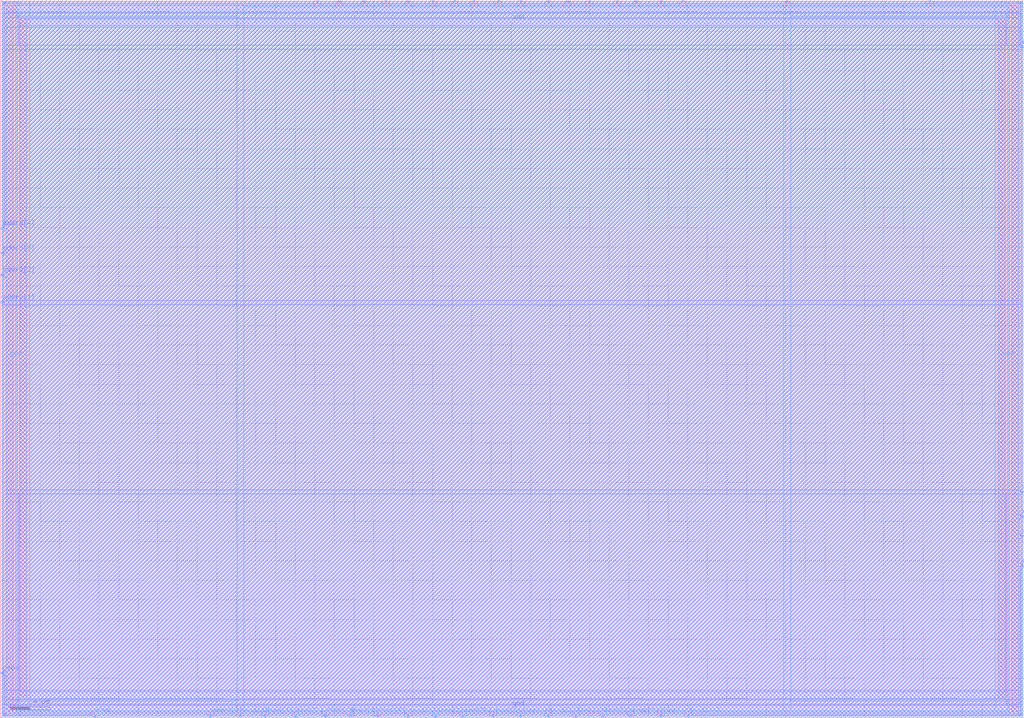
<source format=lef>
VERSION 5.4 ;
NAMESCASESENSITIVE ON ;
BUSBITCHARS "[]" ;
DIVIDERCHAR "/" ;
UNITS
  DATABASE MICRONS 2000 ;
END UNITS
MACRO sram_17_32_freepdk45_analytical
   CLASS BLOCK ;
   SIZE 104.3 BY 73.22 ;
   SYMMETRY X Y R90 ;
   PIN din0[0]
      DIRECTION INPUT ;
      PORT
         LAYER metal4 ;
         RECT  24.36 0.0 24.5 0.42 ;
      END
   END din0[0]
   PIN din0[1]
      DIRECTION INPUT ;
      PORT
         LAYER metal4 ;
         RECT  26.88 0.0 27.02 0.42 ;
      END
   END din0[1]
   PIN din0[2]
      DIRECTION INPUT ;
      PORT
         LAYER metal4 ;
         RECT  29.96 0.0 30.1 0.42 ;
      END
   END din0[2]
   PIN din0[3]
      DIRECTION INPUT ;
      PORT
         LAYER metal4 ;
         RECT  33.04 0.0 33.18 0.42 ;
      END
   END din0[3]
   PIN din0[4]
      DIRECTION INPUT ;
      PORT
         LAYER metal4 ;
         RECT  35.56 0.0 35.7 0.42 ;
      END
   END din0[4]
   PIN din0[5]
      DIRECTION INPUT ;
      PORT
         LAYER metal4 ;
         RECT  38.36 0.0 38.5 0.42 ;
      END
   END din0[5]
   PIN din0[6]
      DIRECTION INPUT ;
      PORT
         LAYER metal4 ;
         RECT  41.44 0.0 41.58 0.42 ;
      END
   END din0[6]
   PIN din0[7]
      DIRECTION INPUT ;
      PORT
         LAYER metal4 ;
         RECT  44.24 0.0 44.38 0.42 ;
      END
   END din0[7]
   PIN din0[8]
      DIRECTION INPUT ;
      PORT
         LAYER metal4 ;
         RECT  47.04 0.0 47.18 0.42 ;
      END
   END din0[8]
   PIN din0[9]
      DIRECTION INPUT ;
      PORT
         LAYER metal4 ;
         RECT  50.12 0.0 50.26 0.42 ;
      END
   END din0[9]
   PIN din0[10]
      DIRECTION INPUT ;
      PORT
         LAYER metal4 ;
         RECT  52.92 0.0 53.06 0.42 ;
      END
   END din0[10]
   PIN din0[11]
      DIRECTION INPUT ;
      PORT
         LAYER metal4 ;
         RECT  55.72 0.0 55.86 0.42 ;
      END
   END din0[11]
   PIN din0[12]
      DIRECTION INPUT ;
      PORT
         LAYER metal4 ;
         RECT  58.52 0.0 58.66 0.42 ;
      END
   END din0[12]
   PIN din0[13]
      DIRECTION INPUT ;
      PORT
         LAYER metal4 ;
         RECT  61.32 0.0 61.46 0.42 ;
      END
   END din0[13]
   PIN din0[14]
      DIRECTION INPUT ;
      PORT
         LAYER metal4 ;
         RECT  64.12 0.0 64.26 0.42 ;
      END
   END din0[14]
   PIN din0[15]
      DIRECTION INPUT ;
      PORT
         LAYER metal4 ;
         RECT  67.2 0.0 67.34 0.42 ;
      END
   END din0[15]
   PIN din0[16]
      DIRECTION INPUT ;
      PORT
         LAYER metal4 ;
         RECT  70.0 0.0 70.14 0.42 ;
      END
   END din0[16]
   PIN addr0[0]
      DIRECTION INPUT ;
      PORT
         LAYER metal4 ;
         RECT  21.28 0.0 21.42 0.42 ;
      END
   END addr0[0]
   PIN addr0[1]
      DIRECTION INPUT ;
      PORT
         LAYER metal3 ;
         RECT  0.0 42.28 0.42 42.42 ;
      END
   END addr0[1]
   PIN addr0[2]
      DIRECTION INPUT ;
      PORT
         LAYER metal3 ;
         RECT  0.0 45.08 0.42 45.22 ;
      END
   END addr0[2]
   PIN addr0[3]
      DIRECTION INPUT ;
      PORT
         LAYER metal3 ;
         RECT  0.0 47.32 0.42 47.46 ;
      END
   END addr0[3]
   PIN addr0[4]
      DIRECTION INPUT ;
      PORT
         LAYER metal3 ;
         RECT  0.0 49.84 0.42 49.98 ;
      END
   END addr0[4]
   PIN addr1[0]
      DIRECTION INPUT ;
      PORT
         LAYER metal4 ;
         RECT  80.08 72.8 80.22 73.22 ;
      END
   END addr1[0]
   PIN addr1[1]
      DIRECTION INPUT ;
      PORT
         LAYER metal3 ;
         RECT  103.88 22.96 104.3 23.1 ;
      END
   END addr1[1]
   PIN addr1[2]
      DIRECTION INPUT ;
      PORT
         LAYER metal3 ;
         RECT  103.88 20.44 104.3 20.58 ;
      END
   END addr1[2]
   PIN addr1[3]
      DIRECTION INPUT ;
      PORT
         LAYER metal3 ;
         RECT  103.88 18.48 104.3 18.62 ;
      END
   END addr1[3]
   PIN addr1[4]
      DIRECTION INPUT ;
      PORT
         LAYER metal3 ;
         RECT  103.88 15.4 104.3 15.54 ;
      END
   END addr1[4]
   PIN csb0
      DIRECTION INPUT ;
      PORT
         LAYER metal3 ;
         RECT  0.0 4.48 0.42 4.62 ;
      END
   END csb0
   PIN csb1
      DIRECTION INPUT ;
      PORT
         LAYER metal3 ;
         RECT  103.88 68.32 104.3 68.46 ;
      END
   END csb1
   PIN clk0
      DIRECTION INPUT ;
      PORT
         LAYER metal4 ;
         RECT  9.52 0.0 9.66 0.42 ;
      END
   END clk0
   PIN clk1
      DIRECTION INPUT ;
      PORT
         LAYER metal4 ;
         RECT  94.64 72.8 94.78 73.22 ;
      END
   END clk1
   PIN dout1[0]
      DIRECTION OUTPUT ;
      PORT
         LAYER metal4 ;
         RECT  32.2 72.8 32.34 73.22 ;
      END
   END dout1[0]
   PIN dout1[1]
      DIRECTION OUTPUT ;
      PORT
         LAYER metal4 ;
         RECT  34.44 72.8 34.58 73.22 ;
      END
   END dout1[1]
   PIN dout1[2]
      DIRECTION OUTPUT ;
      PORT
         LAYER metal4 ;
         RECT  36.96 72.8 37.1 73.22 ;
      END
   END dout1[2]
   PIN dout1[3]
      DIRECTION OUTPUT ;
      PORT
         LAYER metal4 ;
         RECT  39.2 72.8 39.34 73.22 ;
      END
   END dout1[3]
   PIN dout1[4]
      DIRECTION OUTPUT ;
      PORT
         LAYER metal4 ;
         RECT  41.44 72.8 41.58 73.22 ;
      END
   END dout1[4]
   PIN dout1[5]
      DIRECTION OUTPUT ;
      PORT
         LAYER metal4 ;
         RECT  43.96 72.8 44.1 73.22 ;
      END
   END dout1[5]
   PIN dout1[6]
      DIRECTION OUTPUT ;
      PORT
         LAYER metal4 ;
         RECT  46.2 72.8 46.34 73.22 ;
      END
   END dout1[6]
   PIN dout1[7]
      DIRECTION OUTPUT ;
      PORT
         LAYER metal4 ;
         RECT  48.16 72.8 48.3 73.22 ;
      END
   END dout1[7]
   PIN dout1[8]
      DIRECTION OUTPUT ;
      PORT
         LAYER metal4 ;
         RECT  50.68 72.8 50.82 73.22 ;
      END
   END dout1[8]
   PIN dout1[9]
      DIRECTION OUTPUT ;
      PORT
         LAYER metal4 ;
         RECT  52.92 72.8 53.06 73.22 ;
      END
   END dout1[9]
   PIN dout1[10]
      DIRECTION OUTPUT ;
      PORT
         LAYER metal4 ;
         RECT  55.72 72.8 55.86 73.22 ;
      END
   END dout1[10]
   PIN dout1[11]
      DIRECTION OUTPUT ;
      PORT
         LAYER metal4 ;
         RECT  57.68 72.8 57.82 73.22 ;
      END
   END dout1[11]
   PIN dout1[12]
      DIRECTION OUTPUT ;
      PORT
         LAYER metal4 ;
         RECT  59.92 72.8 60.06 73.22 ;
      END
   END dout1[12]
   PIN dout1[13]
      DIRECTION OUTPUT ;
      PORT
         LAYER metal4 ;
         RECT  62.72 72.8 62.86 73.22 ;
      END
   END dout1[13]
   PIN dout1[14]
      DIRECTION OUTPUT ;
      PORT
         LAYER metal4 ;
         RECT  64.68 72.8 64.82 73.22 ;
      END
   END dout1[14]
   PIN dout1[15]
      DIRECTION OUTPUT ;
      PORT
         LAYER metal4 ;
         RECT  67.2 72.8 67.34 73.22 ;
      END
   END dout1[15]
   PIN dout1[16]
      DIRECTION OUTPUT ;
      PORT
         LAYER metal4 ;
         RECT  69.44 72.8 69.58 73.22 ;
      END
   END dout1[16]
   PIN vdd
      DIRECTION INOUT ;
      USE POWER ; 
      SHAPE ABUTMENT ; 
      PORT
         LAYER metal3 ;
         RECT  1.96 1.96 102.34 2.66 ;
         LAYER metal4 ;
         RECT  1.96 1.96 2.66 71.26 ;
         LAYER metal3 ;
         RECT  1.96 70.56 102.34 71.26 ;
         LAYER metal4 ;
         RECT  101.64 1.96 102.34 71.26 ;
      END
   END vdd
   PIN gnd
      DIRECTION INOUT ;
      USE GROUND ; 
      SHAPE ABUTMENT ; 
      PORT
         LAYER metal4 ;
         RECT  103.04 0.56 103.74 72.66 ;
         LAYER metal3 ;
         RECT  0.56 71.96 103.74 72.66 ;
         LAYER metal4 ;
         RECT  0.56 0.56 1.26 72.66 ;
         LAYER metal3 ;
         RECT  0.56 0.56 103.74 1.26 ;
      END
   END gnd
   OBS
   LAYER  metal1 ;
      RECT  0.14 0.14 104.16 73.08 ;
   LAYER  metal2 ;
      RECT  0.14 0.14 104.16 73.08 ;
   LAYER  metal3 ;
      RECT  0.56 42.14 104.16 42.56 ;
      RECT  0.14 42.56 0.56 44.94 ;
      RECT  0.14 45.36 0.56 47.18 ;
      RECT  0.14 47.6 0.56 49.7 ;
      RECT  0.56 22.82 103.74 23.24 ;
      RECT  0.56 23.24 103.74 42.14 ;
      RECT  103.74 23.24 104.16 42.14 ;
      RECT  103.74 20.72 104.16 22.82 ;
      RECT  103.74 18.76 104.16 20.3 ;
      RECT  103.74 15.68 104.16 18.34 ;
      RECT  0.14 4.76 0.56 42.14 ;
      RECT  0.56 42.56 103.74 68.18 ;
      RECT  0.56 68.18 103.74 68.6 ;
      RECT  103.74 42.56 104.16 68.18 ;
      RECT  0.56 1.82 1.82 2.8 ;
      RECT  0.56 2.8 1.82 22.82 ;
      RECT  1.82 2.8 102.48 22.82 ;
      RECT  102.48 1.82 103.74 2.8 ;
      RECT  102.48 2.8 103.74 22.82 ;
      RECT  0.56 68.6 1.82 70.42 ;
      RECT  0.56 70.42 1.82 71.4 ;
      RECT  1.82 68.6 102.48 70.42 ;
      RECT  102.48 68.6 103.74 70.42 ;
      RECT  102.48 70.42 103.74 71.4 ;
      RECT  0.14 50.12 0.42 71.82 ;
      RECT  0.14 71.82 0.42 72.8 ;
      RECT  0.14 72.8 0.42 73.08 ;
      RECT  0.42 50.12 0.56 71.82 ;
      RECT  0.42 72.8 0.56 73.08 ;
      RECT  103.74 68.6 103.88 71.82 ;
      RECT  103.74 72.8 103.88 73.08 ;
      RECT  103.88 68.6 104.16 71.82 ;
      RECT  103.88 71.82 104.16 72.8 ;
      RECT  103.88 72.8 104.16 73.08 ;
      RECT  0.56 71.4 1.82 71.82 ;
      RECT  0.56 72.8 1.82 73.08 ;
      RECT  1.82 71.4 102.48 71.82 ;
      RECT  1.82 72.8 102.48 73.08 ;
      RECT  102.48 71.4 103.74 71.82 ;
      RECT  102.48 72.8 103.74 73.08 ;
      RECT  103.74 0.14 103.88 0.42 ;
      RECT  103.74 1.4 103.88 15.26 ;
      RECT  103.88 0.14 104.16 0.42 ;
      RECT  103.88 0.42 104.16 1.4 ;
      RECT  103.88 1.4 104.16 15.26 ;
      RECT  0.14 0.14 0.42 0.42 ;
      RECT  0.14 0.42 0.42 1.4 ;
      RECT  0.14 1.4 0.42 4.34 ;
      RECT  0.42 0.14 0.56 0.42 ;
      RECT  0.42 1.4 0.56 4.34 ;
      RECT  0.56 0.14 1.82 0.42 ;
      RECT  0.56 1.4 1.82 1.82 ;
      RECT  1.82 0.14 102.48 0.42 ;
      RECT  1.82 1.4 102.48 1.82 ;
      RECT  102.48 0.14 103.74 0.42 ;
      RECT  102.48 1.4 103.74 1.82 ;
   LAYER  metal4 ;
      RECT  24.08 0.7 24.78 73.08 ;
      RECT  24.78 0.14 26.6 0.7 ;
      RECT  27.3 0.14 29.68 0.7 ;
      RECT  30.38 0.14 32.76 0.7 ;
      RECT  33.46 0.14 35.28 0.7 ;
      RECT  35.98 0.14 38.08 0.7 ;
      RECT  38.78 0.14 41.16 0.7 ;
      RECT  41.86 0.14 43.96 0.7 ;
      RECT  44.66 0.14 46.76 0.7 ;
      RECT  47.46 0.14 49.84 0.7 ;
      RECT  50.54 0.14 52.64 0.7 ;
      RECT  53.34 0.14 55.44 0.7 ;
      RECT  56.14 0.14 58.24 0.7 ;
      RECT  58.94 0.14 61.04 0.7 ;
      RECT  61.74 0.14 63.84 0.7 ;
      RECT  64.54 0.14 66.92 0.7 ;
      RECT  67.62 0.14 69.72 0.7 ;
      RECT  21.7 0.14 24.08 0.7 ;
      RECT  24.78 0.7 79.8 72.52 ;
      RECT  79.8 0.7 80.5 72.52 ;
      RECT  9.94 0.14 21.0 0.7 ;
      RECT  80.5 72.52 94.36 73.08 ;
      RECT  24.78 72.52 31.92 73.08 ;
      RECT  32.62 72.52 34.16 73.08 ;
      RECT  34.86 72.52 36.68 73.08 ;
      RECT  37.38 72.52 38.92 73.08 ;
      RECT  39.62 72.52 41.16 73.08 ;
      RECT  41.86 72.52 43.68 73.08 ;
      RECT  44.38 72.52 45.92 73.08 ;
      RECT  46.62 72.52 47.88 73.08 ;
      RECT  48.58 72.52 50.4 73.08 ;
      RECT  51.1 72.52 52.64 73.08 ;
      RECT  53.34 72.52 55.44 73.08 ;
      RECT  56.14 72.52 57.4 73.08 ;
      RECT  58.1 72.52 59.64 73.08 ;
      RECT  60.34 72.52 62.44 73.08 ;
      RECT  63.14 72.52 64.4 73.08 ;
      RECT  65.1 72.52 66.92 73.08 ;
      RECT  67.62 72.52 69.16 73.08 ;
      RECT  69.86 72.52 79.8 73.08 ;
      RECT  1.68 0.7 2.94 1.68 ;
      RECT  1.68 71.54 2.94 73.08 ;
      RECT  2.94 0.7 24.08 1.68 ;
      RECT  2.94 1.68 24.08 71.54 ;
      RECT  2.94 71.54 24.08 73.08 ;
      RECT  80.5 0.7 101.36 1.68 ;
      RECT  80.5 1.68 101.36 71.54 ;
      RECT  80.5 71.54 101.36 72.52 ;
      RECT  101.36 0.7 102.62 1.68 ;
      RECT  101.36 71.54 102.62 72.52 ;
      RECT  70.42 0.14 102.76 0.28 ;
      RECT  70.42 0.28 102.76 0.7 ;
      RECT  102.76 0.14 104.02 0.28 ;
      RECT  104.02 0.14 104.16 0.28 ;
      RECT  104.02 0.28 104.16 0.7 ;
      RECT  95.06 72.52 102.76 72.94 ;
      RECT  95.06 72.94 102.76 73.08 ;
      RECT  102.76 72.94 104.02 73.08 ;
      RECT  104.02 72.52 104.16 72.94 ;
      RECT  104.02 72.94 104.16 73.08 ;
      RECT  102.62 0.7 102.76 1.68 ;
      RECT  104.02 0.7 104.16 1.68 ;
      RECT  102.62 1.68 102.76 71.54 ;
      RECT  104.02 1.68 104.16 71.54 ;
      RECT  102.62 71.54 102.76 72.52 ;
      RECT  104.02 71.54 104.16 72.52 ;
      RECT  0.14 0.14 0.28 0.28 ;
      RECT  0.14 0.28 0.28 0.7 ;
      RECT  0.28 0.14 1.54 0.28 ;
      RECT  1.54 0.14 9.24 0.28 ;
      RECT  1.54 0.28 9.24 0.7 ;
      RECT  0.14 0.7 0.28 1.68 ;
      RECT  1.54 0.7 1.68 1.68 ;
      RECT  0.14 1.68 0.28 71.54 ;
      RECT  1.54 1.68 1.68 71.54 ;
      RECT  0.14 71.54 0.28 72.94 ;
      RECT  0.14 72.94 0.28 73.08 ;
      RECT  0.28 72.94 1.54 73.08 ;
      RECT  1.54 71.54 1.68 72.94 ;
      RECT  1.54 72.94 1.68 73.08 ;
   END
END    sram_17_32_freepdk45_analytical
END    LIBRARY

</source>
